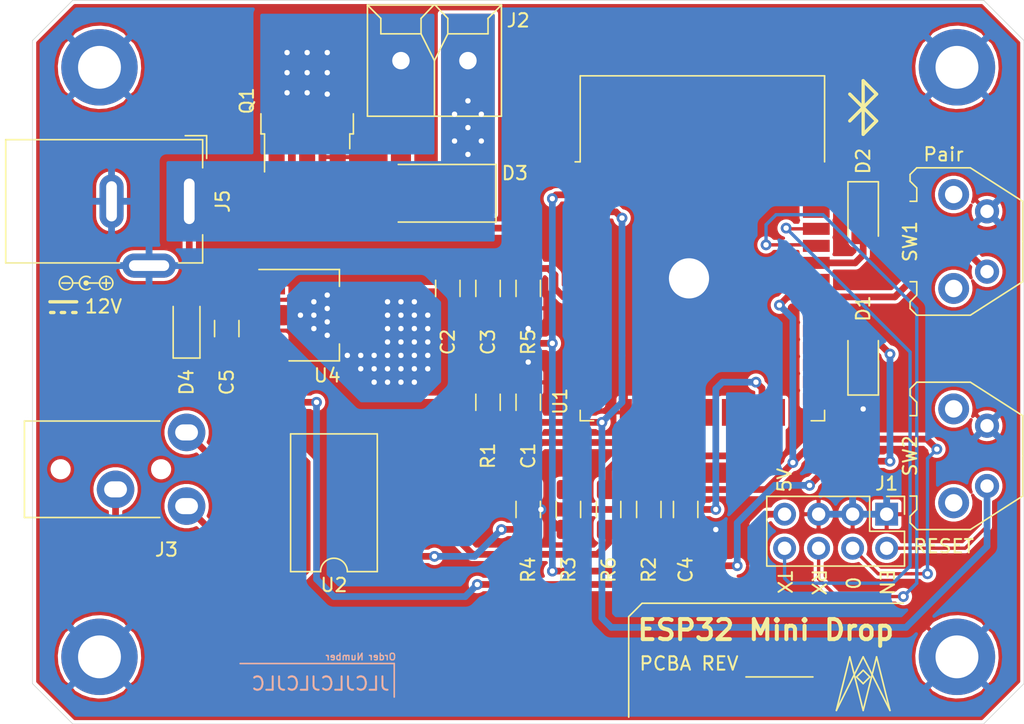
<source format=kicad_pcb>
(kicad_pcb (version 20171130) (host pcbnew "(5.1.6)-1")
  (layers (0 F.Cu signal) (31 B.Cu signal) (35 F.Paste user) (36 B.SilkS user) (37 F.SilkS user) (38 B.Mask user) (39 F.Mask user) (44 Edge.Cuts user))
  (net 0 "")
  (net 1 GND)
  (net 2 +3V3)
  (net 3 Solenoid_1_CTLO)
  (net 4 Focus_CTLO)
  (net 5 Shutter_CTLO)
  (net 6 "Net-(U1-Pad27)")
  (net 7 "Net-(U1-Pad22)")
  (net 8 "Net-(U1-Pad21)")
  (net 9 "Net-(U1-Pad20)")
  (net 10 "Net-(U1-Pad19)")
  (net 11 "Net-(U1-Pad18)")
  (net 12 "Net-(U1-Pad17)")
  (net 13 "Net-(U1-Pad14)")
  (net 14 "Net-(U1-Pad13)")
  (net 15 "Net-(U1-Pad12)")
  (net 16 "Net-(U1-Pad10)")
  (net 17 "Net-(J3-PadS)")
  (net 18 "Net-(J3-PadR)")
  (net 19 "Net-(J3-PadT)")
  (net 20 /EN)
  (net 21 "Net-(D3-Pad2)")
  (net 22 +12V)
  (net 23 /USB_RX)
  (net 24 /USB_TX)
  (net 25 /VREG_IN)
  (net 26 PairSwitch_CTLI)
  (net 27 PairLED_CTLO)
  (net 28 U0TX_Active)
  (net 29 "Net-(R4-Pad1)")
  (net 30 "Net-(R6-Pad1)")
  (net 31 "Net-(U1-Pad37)")
  (net 32 "Net-(U1-Pad36)")
  (net 33 "Net-(U1-Pad32)")
  (net 34 "Net-(U1-Pad30)")
  (net 35 "Net-(U1-Pad29)")
  (net 36 "Net-(U1-Pad28)")
  (net 37 "Net-(U1-Pad26)")
  (net 38 "Net-(U1-Pad11)")
  (net 39 "Net-(U1-Pad9)")
  (net 40 "Net-(U1-Pad7)")
  (net 41 "Net-(U1-Pad6)")
  (net 42 "Net-(U1-Pad5)")
  (net 43 "Net-(U1-Pad4)")
  (module ESP32MiniDrop_PCB_Library:BarrelJack_Wuerth_6941xx301002_3D (layer F.Cu) (at 11.7 15 270)
    (fp_text reference J5 (at 0 -2.5 90) (layer F.SilkS))
    (fp_text value Barrel_Jack_Switch)
    (pad 1 thru_hole rect (at 0 0 270) (size 4.4 1.8) (drill oval 3.4 0.8) (layers *.Cu *.Mask) (net 22 +12V))
    (pad 2 thru_hole oval (at 0 5.8 270) (size 4 1.8) (drill oval 3 0.8) (layers *.Cu *.Mask) (net 1 GND))
    (pad 3 thru_hole oval (at 4.8 3) (size 4 1.8) (drill oval 3 0.8) (layers *.Cu *.Mask) (net 1 GND))
  )
  (module Package_DIP:SMDIP-8_W9.53mm (layer F.Cu) (at 22.5 37.5 180)
    (fp_text reference U2 (at 0 -6.14) (layer F.SilkS))
    (fp_text value LTV-827S)
    (pad 8 smd rect (at 4.765 -3.81 180) (size 2 1.78) (layers F.Cu F.Paste F.Mask) (net 18 "Net-(J3-PadR)"))
    (pad 4 smd rect (at -4.765 3.81 180) (size 2 1.78) (layers F.Cu F.Paste F.Mask) (net 1 GND))
    (pad 7 smd rect (at 4.765 -1.27 180) (size 2 1.78) (layers F.Cu F.Paste F.Mask) (net 17 "Net-(J3-PadS)"))
    (pad 3 smd rect (at -4.765 1.27 180) (size 2 1.78) (layers F.Cu F.Paste F.Mask) (net 30 "Net-(R6-Pad1)"))
    (pad 6 smd rect (at 4.765 1.27 180) (size 2 1.78) (layers F.Cu F.Paste F.Mask) (net 19 "Net-(J3-PadT)"))
    (pad 2 smd rect (at -4.765 -1.27 180) (size 2 1.78) (layers F.Cu F.Paste F.Mask) (net 1 GND))
    (pad 5 smd rect (at 4.765 3.81 180) (size 2 1.78) (layers F.Cu F.Paste F.Mask) (net 17 "Net-(J3-PadS)"))
    (pad 1 smd rect (at -4.765 -3.81 180) (size 2 1.78) (layers F.Cu F.Paste F.Mask) (net 29 "Net-(R4-Pad1)"))
  )
  (module Resistor_SMD:R_1206_3216Metric_Pad1.42x1.75mm_HandSolder (layer F.Cu) (at 40 38 270)
    (fp_text reference R3 (at 4.5 0 90) (layer F.SilkS))
    (fp_text value "10k 5% 0.25W")
    (pad 2 smd roundrect (at 1.4875 0 270) (size 1.425 1.75) (layers F.Cu F.Paste F.Mask) (roundrect_rratio 0.175439) (net 1 GND))
    (pad 1 smd roundrect (at -1.4875 0 270) (size 1.425 1.75) (layers F.Cu F.Paste F.Mask) (roundrect_rratio 0.175439) (net 28 U0TX_Active))
  )
  (module RF_Module:ESP32-WROOM-32 (layer F.Cu) (at 50 21.5)
    (fp_text reference U1 (at -10.61 8.43 90) (layer F.SilkS))
    (fp_text value ESP32-WROOM-32)
    (pad 38 smd rect (at 8.5 -8.255) (size 2 0.9) (layers F.Cu F.Paste F.Mask) (net 1 GND))
    (pad 37 smd rect (at 8.5 -6.985) (size 2 0.9) (layers F.Cu F.Paste F.Mask) (net 31 "Net-(U1-Pad37)"))
    (pad 36 smd rect (at 8.5 -5.715) (size 2 0.9) (layers F.Cu F.Paste F.Mask) (net 32 "Net-(U1-Pad36)"))
    (pad 35 smd rect (at 8.5 -4.445) (size 2 0.9) (layers F.Cu F.Paste F.Mask) (net 23 /USB_RX))
    (pad 34 smd rect (at 8.5 -3.175) (size 2 0.9) (layers F.Cu F.Paste F.Mask) (net 24 /USB_TX))
    (pad 33 smd rect (at 8.5 -1.905) (size 2 0.9) (layers F.Cu F.Paste F.Mask) (net 27 PairLED_CTLO))
    (pad 32 smd rect (at 8.5 -0.635) (size 2 0.9) (layers F.Cu F.Paste F.Mask) (net 33 "Net-(U1-Pad32)"))
    (pad 31 smd rect (at 8.5 0.635) (size 2 0.9) (layers F.Cu F.Paste F.Mask) (net 26 PairSwitch_CTLI))
    (pad 30 smd rect (at 8.5 1.905) (size 2 0.9) (layers F.Cu F.Paste F.Mask) (net 34 "Net-(U1-Pad30)"))
    (pad 29 smd rect (at 8.5 3.175) (size 2 0.9) (layers F.Cu F.Paste F.Mask) (net 35 "Net-(U1-Pad29)"))
    (pad 28 smd rect (at 8.5 4.445) (size 2 0.9) (layers F.Cu F.Paste F.Mask) (net 36 "Net-(U1-Pad28)"))
    (pad 27 smd rect (at 8.5 5.715) (size 2 0.9) (layers F.Cu F.Paste F.Mask) (net 6 "Net-(U1-Pad27)"))
    (pad 26 smd rect (at 8.5 6.985) (size 2 0.9) (layers F.Cu F.Paste F.Mask) (net 37 "Net-(U1-Pad26)"))
    (pad 25 smd rect (at 8.5 8.255) (size 2 0.9) (layers F.Cu F.Paste F.Mask) (net 26 PairSwitch_CTLI))
    (pad 24 smd rect (at 5.715 9.255 90) (size 2 0.9) (layers F.Cu F.Paste F.Mask) (net 5 Shutter_CTLO))
    (pad 23 smd rect (at 4.445 9.255 90) (size 2 0.9) (layers F.Cu F.Paste F.Mask) (net 28 U0TX_Active))
    (pad 22 smd rect (at 3.175 9.255 90) (size 2 0.9) (layers F.Cu F.Paste F.Mask) (net 7 "Net-(U1-Pad22)"))
    (pad 21 smd rect (at 1.905 9.255 90) (size 2 0.9) (layers F.Cu F.Paste F.Mask) (net 8 "Net-(U1-Pad21)"))
    (pad 20 smd rect (at 0.635 9.255 90) (size 2 0.9) (layers F.Cu F.Paste F.Mask) (net 9 "Net-(U1-Pad20)"))
    (pad 19 smd rect (at -0.635 9.255 90) (size 2 0.9) (layers F.Cu F.Paste F.Mask) (net 10 "Net-(U1-Pad19)"))
    (pad 18 smd rect (at -1.905 9.255 90) (size 2 0.9) (layers F.Cu F.Paste F.Mask) (net 11 "Net-(U1-Pad18)"))
    (pad 17 smd rect (at -3.175 9.255 90) (size 2 0.9) (layers F.Cu F.Paste F.Mask) (net 12 "Net-(U1-Pad17)"))
    (pad 16 smd rect (at -4.445 9.255 90) (size 2 0.9) (layers F.Cu F.Paste F.Mask) (net 4 Focus_CTLO))
    (pad 15 smd rect (at -5.715 9.255 90) (size 2 0.9) (layers F.Cu F.Paste F.Mask) (net 1 GND))
    (pad 14 smd rect (at -8.5 8.255) (size 2 0.9) (layers F.Cu F.Paste F.Mask) (net 13 "Net-(U1-Pad14)"))
    (pad 13 smd rect (at -8.5 6.985) (size 2 0.9) (layers F.Cu F.Paste F.Mask) (net 14 "Net-(U1-Pad13)"))
    (pad 12 smd rect (at -8.5 5.715) (size 2 0.9) (layers F.Cu F.Paste F.Mask) (net 15 "Net-(U1-Pad12)"))
    (pad 11 smd rect (at -8.5 4.445) (size 2 0.9) (layers F.Cu F.Paste F.Mask) (net 38 "Net-(U1-Pad11)"))
    (pad 10 smd rect (at -8.5 3.175) (size 2 0.9) (layers F.Cu F.Paste F.Mask) (net 16 "Net-(U1-Pad10)"))
    (pad 9 smd rect (at -8.5 1.905) (size 2 0.9) (layers F.Cu F.Paste F.Mask) (net 39 "Net-(U1-Pad9)"))
    (pad 8 smd rect (at -8.5 0.635) (size 2 0.9) (layers F.Cu F.Paste F.Mask) (net 3 Solenoid_1_CTLO))
    (pad 7 smd rect (at -8.5 -0.635) (size 2 0.9) (layers F.Cu F.Paste F.Mask) (net 40 "Net-(U1-Pad7)"))
    (pad 6 smd rect (at -8.5 -1.905) (size 2 0.9) (layers F.Cu F.Paste F.Mask) (net 41 "Net-(U1-Pad6)"))
    (pad 5 smd rect (at -8.5 -3.175) (size 2 0.9) (layers F.Cu F.Paste F.Mask) (net 42 "Net-(U1-Pad5)"))
    (pad 4 smd rect (at -8.5 -4.445) (size 2 0.9) (layers F.Cu F.Paste F.Mask) (net 43 "Net-(U1-Pad4)"))
    (pad 3 smd rect (at -8.5 -5.715) (size 2 0.9) (layers F.Cu F.Paste F.Mask) (net 20 /EN))
    (pad 2 smd rect (at -8.5 -6.985) (size 2 0.9) (layers F.Cu F.Paste F.Mask) (net 2 +3V3))
    (pad 1 smd rect (at -8.5 -8.255) (size 2 0.9) (layers F.Cu F.Paste F.Mask) (net 1 GND))
    (pad 39 smd rect (at -1 -0.755) (size 5 5) (layers F.Cu F.Paste F.Mask) (net 1 GND))
  )
  (module Resistor_SMD:R_1206_3216Metric_Pad1.42x1.75mm_HandSolder (layer F.Cu) (at 37 21.5 90)
    (fp_text reference R5 (at -4 0 90) (layer F.SilkS))
    (fp_text value "10k 5% 0.25W")
    (pad 2 smd roundrect (at 1.4875 0 90) (size 1.425 1.75) (layers F.Cu F.Paste F.Mask) (roundrect_rratio 0.175439) (net 3 Solenoid_1_CTLO))
    (pad 1 smd roundrect (at -1.4875 0 90) (size 1.425 1.75) (layers F.Cu F.Paste F.Mask) (roundrect_rratio 0.175439) (net 1 GND))
  )
  (module Resistor_SMD:R_1206_3216Metric_Pad1.42x1.75mm_HandSolder (layer F.Cu) (at 43 38 90)
    (fp_text reference R6 (at -4.5 0 90) (layer F.SilkS))
    (fp_text value "220R 5% 0.25W")
    (pad 2 smd roundrect (at 1.4875 0 90) (size 1.425 1.75) (layers F.Cu F.Paste F.Mask) (roundrect_rratio 0.175439) (net 5 Shutter_CTLO))
    (pad 1 smd roundrect (at -1.4875 0 90) (size 1.425 1.75) (layers F.Cu F.Paste F.Mask) (roundrect_rratio 0.175439) (net 30 "Net-(R6-Pad1)"))
  )
  (module Resistor_SMD:R_1206_3216Metric_Pad1.42x1.75mm_HandSolder (layer F.Cu) (at 37 38 90)
    (fp_text reference R4 (at -4.5 0 90) (layer F.SilkS))
    (fp_text value "220R 5% 0.25W")
    (pad 2 smd roundrect (at 1.4875 0 90) (size 1.425 1.75) (layers F.Cu F.Paste F.Mask) (roundrect_rratio 0.175439) (net 4 Focus_CTLO))
    (pad 1 smd roundrect (at -1.4875 0 90) (size 1.425 1.75) (layers F.Cu F.Paste F.Mask) (roundrect_rratio 0.175439) (net 29 "Net-(R4-Pad1)"))
  )
  (module Resistor_SMD:R_1206_3216Metric_Pad1.42x1.75mm_HandSolder (layer F.Cu) (at 46 38 90)
    (fp_text reference R2 (at -4.5 0 90) (layer F.SilkS))
    (fp_text value "10k 5% 0.25W")
    (pad 2 smd roundrect (at 1.4875 0 90) (size 1.425 1.75) (layers F.Cu F.Paste F.Mask) (roundrect_rratio 0.175439) (net 26 PairSwitch_CTLI))
    (pad 1 smd roundrect (at -1.4875 0 90) (size 1.425 1.75) (layers F.Cu F.Paste F.Mask) (roundrect_rratio 0.175439) (net 2 +3V3))
  )
  (module Resistor_SMD:R_1206_3216Metric_Pad1.42x1.75mm_HandSolder (layer F.Cu) (at 34 30 270)
    (fp_text reference R1 (at 4 0 90) (layer F.SilkS))
    (fp_text value "10k 5% 0.25W")
    (pad 2 smd roundrect (at 1.4875 0 270) (size 1.425 1.75) (layers F.Cu F.Paste F.Mask) (roundrect_rratio 0.175439) (net 20 /EN))
    (pad 1 smd roundrect (at -1.4875 0 270) (size 1.425 1.75) (layers F.Cu F.Paste F.Mask) (roundrect_rratio 0.175439) (net 2 +3V3))
  )
  (module Capacitor_SMD:C_1206_3216Metric_Pad1.42x1.75mm_HandSolder (layer F.Cu) (at 34 21.5 90)
    (fp_text reference C3 (at -4 0 90) (layer F.SilkS))
    (fp_text value "1uF 50V")
    (pad 2 smd roundrect (at 1.4875 0 90) (size 1.425 1.75) (layers F.Cu F.Paste F.Mask) (roundrect_rratio 0.175439) (net 1 GND))
    (pad 1 smd roundrect (at -1.4875 0 90) (size 1.425 1.75) (layers F.Cu F.Paste F.Mask) (roundrect_rratio 0.175439) (net 2 +3V3))
  )
  (module Capacitor_SMD:C_1206_3216Metric_Pad1.42x1.75mm_HandSolder (layer F.Cu) (at 48.75 38 90)
    (fp_text reference C4 (at -4.5 0 90) (layer F.SilkS))
    (fp_text value "1nF 50V")
    (pad 2 smd roundrect (at 1.4875 0 90) (size 1.425 1.75) (layers F.Cu F.Paste F.Mask) (roundrect_rratio 0.175439) (net 26 PairSwitch_CTLI))
    (pad 1 smd roundrect (at -1.4875 0 90) (size 1.425 1.75) (layers F.Cu F.Paste F.Mask) (roundrect_rratio 0.175439) (net 1 GND))
  )
  (module Capacitor_SMD:C_1206_3216Metric_Pad1.42x1.75mm_HandSolder (layer F.Cu) (at 37 30 270)
    (fp_text reference C1 (at 4 0 90) (layer F.SilkS))
    (fp_text value "1nF 50V")
    (pad 2 smd roundrect (at 1.4875 0 270) (size 1.425 1.75) (layers F.Cu F.Paste F.Mask) (roundrect_rratio 0.175439) (net 20 /EN))
    (pad 1 smd roundrect (at -1.4875 0 270) (size 1.425 1.75) (layers F.Cu F.Paste F.Mask) (roundrect_rratio 0.175439) (net 1 GND))
  )
  (module MountingHole:MountingHole_3.2mm_M3_ISO7380_Pad (layer F.Cu) (at 69 49)
    (fp_text reference M4 hide)
    (fp_text value Conn_01x01 hide)
    (pad 1 thru_hole circle (at 0 0) (size 5.7 5.7) (drill 3.2) (layers *.Cu *.Mask) (net 1 GND))
  )
  (module MountingHole:MountingHole_3.2mm_M3_ISO7380_Pad (layer F.Cu) (at 5 49)
    (fp_text reference M3 hide)
    (fp_text value Conn_01x01 hide)
    (pad 1 thru_hole circle (at 0 0) (size 5.7 5.7) (drill 3.2) (layers *.Cu *.Mask) (net 1 GND))
  )
  (module MountingHole:MountingHole_3.2mm_M3_ISO7380_Pad (layer F.Cu) (at 69 5)
    (fp_text reference M2 hide)
    (fp_text value Conn_01x01 hide)
    (pad 1 thru_hole circle (at 0 0) (size 5.7 5.7) (drill 3.2) (layers *.Cu *.Mask) (net 1 GND))
  )
  (module MountingHole:MountingHole_3.2mm_M3_ISO7380_Pad (layer F.Cu) (at 5 5)
    (fp_text reference M1 hide)
    (fp_text value Conn_01x01 hide)
    (pad 1 thru_hole circle (at 0 0) (size 5.7 5.7) (drill 3.2) (layers *.Cu *.Mask) (net 1 GND))
  )
  (module ESP32MiniDrop_PCB_Library:1825027-8 (layer F.Cu) (at 70 18 90)
    (fp_text reference SW1 (at 0 -4.5 90) (layer F.SilkS))
    (fp_text value "SPST (BLUE)")
    (pad M thru_hole circle (at -3.505 -1.245 90) (size 2.3 2.3) (drill 1.3) (layers *.Cu *.Mask))
    (pad M thru_hole circle (at 3.505 -1.245 90) (size 2.3 2.3) (drill 1.3) (layers *.Cu *.Mask))
    (pad 1 thru_hole circle (at -2.25 1.245 90) (size 1.8 1.8) (drill 1) (layers *.Cu *.Mask) (net 26 PairSwitch_CTLI))
    (pad 2 thru_hole circle (at 2.25 1.245 90) (size 1.8 1.8) (drill 1) (layers *.Cu *.Mask) (net 1 GND))
  )
  (module ESP32MiniDrop_PCB_Library:1825027-8 (layer F.Cu) (at 70 34 90)
    (fp_text reference SW2 (at 0 -4.5 90) (layer F.SilkS))
    (fp_text value "SPST (RED)")
    (pad M thru_hole circle (at -3.505 -1.245 90) (size 2.3 2.3) (drill 1.3) (layers *.Cu *.Mask))
    (pad M thru_hole circle (at 3.505 -1.245 90) (size 2.3 2.3) (drill 1.3) (layers *.Cu *.Mask))
    (pad 1 thru_hole circle (at -2.25 1.245 90) (size 1.8 1.8) (drill 1) (layers *.Cu *.Mask) (net 20 /EN))
    (pad 2 thru_hole circle (at 2.25 1.245 90) (size 1.8 1.8) (drill 1) (layers *.Cu *.Mask) (net 1 GND))
  )
  (module ESP32MiniDrop_PCB_Library:1935161 (layer F.Cu) (at 30 4.5)
    (fp_text reference J2 (at 6.25 -3) (layer F.SilkS))
    (fp_text value "Solenoid1 Terminal")
    (pad 1 thru_hole rect (at -2.5 0) (size 2.6 2.6) (drill 1.3) (layers *.Cu *.Mask) (net 21 "Net-(D3-Pad2)"))
    (pad 2 thru_hole circle (at 2.5 0) (size 2.6 2.6) (drill 1.3) (layers *.Cu *.Mask) (net 22 +12V))
  )
  (module ESP32MiniDrop_PCB_Library:STX-3000 (layer F.Cu) (at 11.5 35 270)
    (fp_text reference J3 (at 6 1.5 180) (layer F.SilkS))
    (fp_text value AudioJack3)
    (pad S thru_hole circle (at 1.5 5.3 270) (size 2.8 2.8) (drill oval 1.2 1.7) (layers *.Cu *.Mask) (net 17 "Net-(J3-PadS)"))
    (pad R thru_hole circle (at 2.75 0 270) (size 2.8 2.8) (drill oval 1.2 1.7) (layers *.Cu *.Mask) (net 18 "Net-(J3-PadR)"))
    (pad T thru_hole circle (at -2.75 0 270) (size 2.8 2.8) (drill oval 1.2 1.7) (layers *.Cu *.Mask) (net 19 "Net-(J3-PadT)"))
    (pad "" np_thru_hole circle (at 0 1.9 270) (size 1 1) (drill 1) (layers *.Cu *.Mask))
    (pad "" np_thru_hole circle (at 0 9.4 270) (size 1 1) (drill 1) (layers *.Cu *.Mask))
  )
  (module Connector_PinHeader_2.54mm:PinHeader_2x04_P2.54mm_Vertical (layer F.Cu) (at 63.754 38.354 270)
    (fp_text reference J1 (at -2.286 0 180) (layer F.SilkS))
    (fp_text value "0.100\" 2x4 Header")
    (pad 8 thru_hole oval (at 2.54 7.62 270) (size 1.7 1.7) (drill 1) (layers *.Cu *.Mask) (net 23 /USB_RX))
    (pad 7 thru_hole oval (at 0 7.62 270) (size 1.7 1.7) (drill 1) (layers *.Cu *.Mask) (net 25 /VREG_IN))
    (pad 6 thru_hole oval (at 2.54 5.08 270) (size 1.7 1.7) (drill 1) (layers *.Cu *.Mask) (net 24 /USB_TX))
    (pad 5 thru_hole oval (at 0 5.08 270) (size 1.7 1.7) (drill 1) (layers *.Cu *.Mask) (net 1 GND))
    (pad 4 thru_hole oval (at 2.54 2.54 270) (size 1.7 1.7) (drill 1) (layers *.Cu *.Mask) (net 26 PairSwitch_CTLI))
    (pad 3 thru_hole oval (at 0 2.54 270) (size 1.7 1.7) (drill 1) (layers *.Cu *.Mask) (net 1 GND))
    (pad 2 thru_hole oval (at 2.54 0 270) (size 1.7 1.7) (drill 1) (layers *.Cu *.Mask) (net 20 /EN))
    (pad 1 thru_hole rect (at 0 0 270) (size 1.7 1.7) (drill 1) (layers *.Cu *.Mask) (net 1 GND))
  )
  (module Capacitor_SMD:C_1206_3216Metric_Pad1.42x1.75mm_HandSolder (layer F.Cu) (at 31 21.5 270)
    (fp_text reference C2 (at 4 0 90) (layer F.SilkS))
    (fp_text value "10uF 25V 10%")
    (pad 2 smd roundrect (at 1.4875 0 270) (size 1.425 1.75) (layers F.Cu F.Paste F.Mask) (roundrect_rratio 0.175439) (net 2 +3V3))
    (pad 1 smd roundrect (at -1.4875 0 270) (size 1.425 1.75) (layers F.Cu F.Paste F.Mask) (roundrect_rratio 0.175439) (net 1 GND))
  )
  (module Capacitor_SMD:C_1206_3216Metric_Pad1.42x1.75mm_HandSolder (layer F.Cu) (at 14.5 24.5 270)
    (fp_text reference C5 (at 4 0 90) (layer F.SilkS))
    (fp_text value "10uF 25V 10%")
    (pad 2 smd roundrect (at 1.4875 0 270) (size 1.425 1.75) (layers F.Cu F.Paste F.Mask) (roundrect_rratio 0.175439) (net 25 /VREG_IN))
    (pad 1 smd roundrect (at -1.4875 0 270) (size 1.425 1.75) (layers F.Cu F.Paste F.Mask) (roundrect_rratio 0.175439) (net 1 GND))
  )
  (module LED_SMD:LED_1206_3216Metric_Pad1.42x1.75mm_HandSolder (layer F.Cu) (at 62 27 90)
    (fp_text reference D1 (at 4 0 270) (layer F.SilkS))
    (fp_text value "GREEN 3.2V 20mA")
    (pad 2 smd roundrect (at 1.4875 0 90) (size 1.425 1.75) (layers F.Cu F.Paste F.Mask) (roundrect_rratio 0.175439) (net 2 +3V3))
    (pad 1 smd roundrect (at -1.4875 0 90) (size 1.425 1.75) (layers F.Cu F.Paste F.Mask) (roundrect_rratio 0.175439) (net 1 GND))
  )
  (module LED_SMD:LED_1206_3216Metric_Pad1.42x1.75mm_HandSolder (layer F.Cu) (at 62 16 270)
    (fp_text reference D2 (at -4 0 90) (layer F.SilkS))
    (fp_text value "BLUE 3.2V 20mA")
    (pad 2 smd roundrect (at 1.4875 0 270) (size 1.425 1.75) (layers F.Cu F.Paste F.Mask) (roundrect_rratio 0.175439) (net 27 PairLED_CTLO))
    (pad 1 smd roundrect (at -1.4875 0 270) (size 1.425 1.75) (layers F.Cu F.Paste F.Mask) (roundrect_rratio 0.175439) (net 1 GND))
  )
  (module Diode_SMD:D_SOD-123F (layer F.Cu) (at 11.5 24.5 90)
    (fp_text reference D4 (at -4 0 90) (layer F.SilkS))
    (fp_text value "40V 2A")
    (pad 2 smd rect (at 1.4 0 90) (size 1.1 1.1) (layers F.Cu F.Paste F.Mask) (net 22 +12V))
    (pad 1 smd rect (at -1.4 0 90) (size 1.1 1.1) (layers F.Cu F.Paste F.Mask) (net 25 /VREG_IN))
  )
  (module Diode_SMD:D_SMB_Handsoldering (layer F.Cu) (at 30 14.4 180)
    (fp_text reference D3 (at -6 1.5) (layer F.SilkS))
    (fp_text value "600V 5A")
    (pad 2 smd rect (at 2.7 0 180) (size 3.5 2.3) (layers F.Cu F.Paste F.Mask) (net 21 "Net-(D3-Pad2)"))
    (pad 1 smd rect (at -2.7 0 180) (size 3.5 2.3) (layers F.Cu F.Paste F.Mask) (net 22 +12V))
  )
  (module Package_TO_SOT_SMD:SOT-223-3_TabPin2 (layer F.Cu) (at 21 23.5)
    (fp_text reference U4 (at 1 4.5) (layer F.SilkS))
    (fp_text value AZ1117-3.3)
    (pad 1 smd rect (at -3.15 -2.3) (size 2 1.5) (layers F.Cu F.Paste F.Mask) (net 1 GND))
    (pad 3 smd rect (at -3.15 2.3) (size 2 1.5) (layers F.Cu F.Paste F.Mask) (net 25 /VREG_IN))
    (pad 2 smd rect (at -3.15 0) (size 2 1.5) (layers F.Cu F.Paste F.Mask) (net 2 +3V3))
    (pad 2 smd rect (at 3.15 0) (size 2 3.8) (layers F.Cu F.Paste F.Mask) (net 2 +3V3))
  )
  (module Package_TO_SOT_SMD:TO-252-3_TabPin2 (layer F.Cu) (at 20.5 7.5 90)
    (fp_text reference Q1 (at 0 -4.5 90) (layer F.SilkS))
    (fp_text value "NMOS 60V 46A")
    (pad 2 smd rect (at 2.1 0 90) (size 6.4 5.8) (layers F.Cu F.Mask) (net 21 "Net-(D3-Pad2)"))
    (pad 3 smd rect (at -4.2 2.28 90) (size 2.2 1.2) (layers F.Cu F.Paste F.Mask) (net 1 GND))
    (pad 2 smd rect (at -4.2 0 90) (size 2.2 1.2) (layers F.Cu F.Paste F.Mask) (net 21 "Net-(D3-Pad2)"))
    (pad 1 smd rect (at -4.2 -2.28 90) (size 2.2 1.2) (layers F.Cu F.Paste F.Mask) (net 3 Solenoid_1_CTLO))
  )
  (gr_text 5V (at 56.134 35.814 90) (layer F.SilkS) (effects (font (size 1 1))))
  (gr_text TX (at 56.134 43.434 270) (layer F.SilkS) (effects (font (size 1 1))))
  (gr_text RX (at 58.674 43.434 270) (layer F.SilkS) (effects (font (size 1 1))))
  (gr_text 0 (at 61.214 43.5 270) (layer F.SilkS) (effects (font (size 1 1))))
  (gr_text EN (at 63.754 43.434 270) (layer F.SilkS) (effects (font (size 1 1))))
  (gr_line (start 62 50) (end 61.5 50.5) (layer F.SilkS) (width 0.12))
  (gr_line (start 62.5 50.5) (end 62 50) (layer F.SilkS) (width 0.12))
  (gr_line (start 62 51) (end 62.5 50.5) (layer F.SilkS) (width 0.12))
  (gr_line (start 61.5 50.5) (end 62 51) (layer F.SilkS) (width 0.12))
  (gr_line (start 62 49) (end 60 53) (layer F.SilkS) (width 0.12))
  (gr_line (start 64 53) (end 62 49) (layer F.SilkS) (width 0.12))
  (gr_line (start 63 49) (end 64 53) (layer F.SilkS) (width 0.12))
  (gr_line (start 62 53) (end 63 49) (layer F.SilkS) (width 0.12))
  (gr_line (start 61 49) (end 62 53) (layer F.SilkS) (width 0.12))
  (gr_line (start 60 53) (end 61 49) (layer F.SilkS) (width 0.12))
  (gr_line (start 2.2 21.1) (end 2.8 21.1) (layer F.SilkS) (width 0.12))
  (gr_circle (center 2.5 21.1) (end 3 21.1) (layer F.SilkS) (width 0.12))
  (gr_line (start 3.5 21.1) (end 3 21.1) (layer F.SilkS) (width 0.12))
  (gr_arc (start 4 21.1) (end 4.3 20.7) (angle -253.7397953) (layer F.SilkS) (width 0.12))
  (gr_line (start 5.2 21.1) (end 5.8 21.1) (layer F.SilkS) (width 0.12))
  (gr_line (start 5.5 20.8) (end 5.5 21.4) (layer F.SilkS) (width 0.12))
  (gr_circle (center 5.5 21.1) (end 5 21.1) (layer F.SilkS) (width 0.12))
  (gr_line (start 4 21.1) (end 5 21.1) (layer F.SilkS) (width 0.12))
  (gr_circle (center 4 21.1) (end 4.1 21.1) (layer F.SilkS) (width 0.2))
  (gr_line (start 3 23.3) (end 3.25 23.3) (layer F.SilkS) (width 0.25))
  (gr_line (start 2.15 23.3) (end 2.4 23.3) (layer F.SilkS) (width 0.25))
  (gr_line (start 1.35 23.3) (end 1.6 23.3) (layer F.SilkS) (width 0.25))
  (gr_line (start 1.3 22.5) (end 3.3 22.5) (layer F.SilkS) (width 0.25))
  (gr_text 12V (at 5.3 22.85) (layer F.SilkS) (effects (font (size 1 1))))
  (gr_text RESET (at 68 40.75) (layer F.SilkS) (effects (font (size 1 1))))
  (gr_text Pair (at 68 11.5) (layer F.SilkS) (effects (font (size 1 1))))
  (gr_line (start 62 8) (end 61 9) (layer F.SilkS) (width 0.25))
  (gr_line (start 63 9) (end 62 8) (layer F.SilkS) (width 0.25))
  (gr_line (start 62 10) (end 63 9) (layer F.SilkS) (width 0.25))
  (gr_line (start 62 6) (end 62 10) (layer F.SilkS) (width 0.25))
  (gr_line (start 63 7) (end 62 6) (layer F.SilkS) (width 0.25))
  (gr_line (start 62 8) (end 63 7) (layer F.SilkS) (width 0.25))
  (gr_line (start 61 7) (end 62 8) (layer F.SilkS) (width 0.25))
  (gr_line (start 71 54) (end 74 51) (layer Edge.Cuts) (width 0.05))
  (gr_line (start 27 49.5) (end 15.5 49.5) (layer B.SilkS) (width 0.12))
  (gr_text JLCJLCJLCJLC (at 21.5 51) (layer B.SilkS) (effects (font (size 1 1)) (justify mirror)))
  (gr_line (start 53.25 50.5) (end 58.25 50.5) (layer F.SilkS) (width 0.12))
  (gr_text "PCBA REV" (at 49 49.5) (layer F.SilkS) (effects (font (size 1 1))))
  (gr_line (start 44.5 48) (end 44.5 53.5) (layer F.SilkS) (width 0.12))
  (gr_line (start 45.5 45) (end 65 45) (layer F.SilkS) (width 0.12))
  (gr_line (start 44.5 46) (end 45.5 45) (layer F.SilkS) (width 0.12))
  (gr_line (start 44.5 48) (end 44.5 46) (layer F.SilkS) (width 0.12))
  (gr_text "ESP32 Mini Drop" (at 45 47) (layer F.SilkS) (effects (font (size 1.5 1.5) (thickness 0.3)) (justify left)))
  (gr_text "Order Number" (at 24.5 49) (layer B.SilkS) (effects (font (size 0.5 0.5) (thickness 0.1)) (justify mirror)))
  (gr_line (start 27 52) (end 27 49.5) (layer B.SilkS) (width 0.12))
  (gr_line (start 0 51) (end 3 54) (layer Edge.Cuts) (width 0.05))
  (gr_line (start 71 0) (end 74 3) (layer Edge.Cuts) (width 0.05))
  (gr_line (start 3 0) (end 0 3) (layer Edge.Cuts) (width 0.05))
  (gr_line (start 3 54) (end 71 54) (layer Edge.Cuts) (width 0.05))
  (gr_line (start 71 0) (end 3 0) (layer Edge.Cuts) (width 0.05))
  (gr_line (start 74 51) (end 74 3) (layer Edge.Cuts) (width 0.05))
  (gr_line (start 0 3) (end 0 51) (layer Edge.Cuts) (width 0.05))
  (via (at 49 20.75) (size 4.5) (drill 3) (layers F.Cu B.Cu) (net 1))
  (via (at 37 27) (size 0.8) (drill 0.4) (layers F.Cu B.Cu) (net 1))
  (segment (start 37 28.5125) (end 37 27) (width 0.5) (layer F.Cu) (net 1))
  (via (at 37 24.5) (size 0.8) (drill 0.4) (layers F.Cu B.Cu) (net 1))
  (segment (start 37 22.9875) (end 37 24.5) (width 0.5) (layer F.Cu) (net 1))
  (via (at 51 39.5) (size 0.8) (drill 0.4) (layers F.Cu B.Cu) (net 1))
  (segment (start 48.75 39.4875) (end 50.9875 39.4875) (width 0.5) (layer F.Cu) (net 1))
  (segment (start 50.9875 39.4875) (end 51 39.5) (width 0.5) (layer F.Cu) (net 1))
  (segment (start 62 28.4875) (end 62 30.5) (width 0.5) (layer F.Cu) (net 1))
  (via (at 62 30.5) (size 0.8) (drill 0.4) (layers F.Cu B.Cu) (net 1))
  (via (at 37.95 38) (size 0.8) (drill 0.4) (layers F.Cu B.Cu) (net 1))
  (segment (start 40 39.4875) (end 39.4375 39.4875) (width 0.5) (layer F.Cu) (net 1))
  (segment (start 39.4375 39.4875) (end 37.95 38) (width 0.5) (layer F.Cu) (net 1))
  (segment (start 24.15 23.5) (end 24.15 23.15) (width 1) (layer F.Cu) (net 2))
  (segment (start 24.15 23.15) (end 24.275 23.025) (width 1) (layer F.Cu) (net 2))
  (segment (start 41.5 14.515) (end 39.085 14.515) (width 0.5) (layer F.Cu) (net 2))
  (via (at 38.8 14.8) (size 0.8) (drill 0.4) (layers F.Cu B.Cu) (net 2))
  (segment (start 39.085 14.515) (end 38.8 14.8) (width 0.5) (layer F.Cu) (net 2))
  (segment (start 38.8 14.8) (end 38.8 25.6) (width 0.5) (layer B.Cu) (net 2))
  (via (at 38.8 25.6) (size 0.8) (drill 0.4) (layers F.Cu B.Cu) (net 2))
  (segment (start 38.8 25.6) (end 34.8 25.6) (width 0.5) (layer F.Cu) (net 2))
  (segment (start 62 25.5125) (end 63.1125 25.5125) (width 0.5) (layer F.Cu) (net 2))
  (via (at 64 26.4) (size 0.8) (drill 0.4) (layers F.Cu B.Cu) (net 2))
  (segment (start 63.1125 25.5125) (end 64 26.4) (width 0.5) (layer F.Cu) (net 2))
  (segment (start 64 26.4) (end 64 34.4) (width 0.5) (layer B.Cu) (net 2))
  (via (at 64 34.4) (size 0.8) (drill 0.4) (layers F.Cu B.Cu) (net 2))
  (segment (start 64 34.4) (end 59.8 34.4) (width 0.5) (layer F.Cu) (net 2))
  (via (at 58 36.2) (size 0.8) (drill 0.4) (layers F.Cu B.Cu) (net 2))
  (segment (start 59.8 34.4) (end 58 36.2) (width 0.5) (layer F.Cu) (net 2))
  (segment (start 50 42.2) (end 48.6 42.2) (width 0.5) (layer F.Cu) (net 2))
  (segment (start 58 36.2) (end 55.4 36.2) (width 0.5) (layer B.Cu) (net 2))
  (segment (start 52.6 39) (end 52.6 42.2) (width 0.5) (layer B.Cu) (net 2))
  (segment (start 55.4 36.2) (end 52.6 39) (width 0.5) (layer B.Cu) (net 2))
  (segment (start 50 42.2) (end 52.6 42.2) (width 0.5) (layer F.Cu) (net 2))
  (via (at 52.6 42.2) (size 0.8) (drill 0.4) (layers F.Cu B.Cu) (net 2))
  (segment (start 46 42) (end 46.2 42.2) (width 0.5) (layer F.Cu) (net 2))
  (segment (start 46 39.4875) (end 46 42) (width 0.5) (layer F.Cu) (net 2))
  (segment (start 48.6 42.2) (end 46.2 42.2) (width 0.5) (layer F.Cu) (net 2))
  (via (at 26.5 22.5) (size 0.8) (drill 0.4) (layers F.Cu B.Cu) (net 2))
  (via (at 27.5 22.5) (size 0.8) (drill 0.4) (layers F.Cu B.Cu) (net 2))
  (via (at 28.5 22.5) (size 0.8) (drill 0.4) (layers F.Cu B.Cu) (net 2))
  (via (at 28.5 23.5) (size 0.8) (drill 0.4) (layers F.Cu B.Cu) (net 2))
  (via (at 27.5 23.5) (size 0.8) (drill 0.4) (layers F.Cu B.Cu) (net 2))
  (via (at 26.5 23.5) (size 0.8) (drill 0.4) (layers F.Cu B.Cu) (net 2))
  (via (at 26.5 24.5) (size 0.8) (drill 0.4) (layers F.Cu B.Cu) (net 2))
  (via (at 27.5 24.5) (size 0.8) (drill 0.4) (layers F.Cu B.Cu) (net 2))
  (via (at 28.5 24.5) (size 0.8) (drill 0.4) (layers F.Cu B.Cu) (net 2))
  (via (at 26.5 25.5) (size 0.8) (drill 0.4) (layers F.Cu B.Cu) (net 2))
  (via (at 27.5 25.5) (size 0.8) (drill 0.4) (layers F.Cu B.Cu) (net 2))
  (via (at 28.5 25.5) (size 0.8) (drill 0.4) (layers F.Cu B.Cu) (net 2))
  (via (at 20 23.5) (size 0.8) (drill 0.4) (layers F.Cu B.Cu) (net 2))
  (via (at 21 23.5) (size 0.8) (drill 0.4) (layers F.Cu B.Cu) (net 2))
  (via (at 21 22.5) (size 0.8) (drill 0.4) (layers F.Cu B.Cu) (net 2))
  (via (at 21 24.5) (size 0.8) (drill 0.4) (layers F.Cu B.Cu) (net 2))
  (via (at 22 22) (size 0.8) (drill 0.4) (layers F.Cu B.Cu) (net 2))
  (via (at 22 23) (size 0.8) (drill 0.4) (layers F.Cu B.Cu) (net 2))
  (via (at 22 24) (size 0.8) (drill 0.4) (layers F.Cu B.Cu) (net 2))
  (via (at 22 25) (size 0.8) (drill 0.4) (layers F.Cu B.Cu) (net 2))
  (via (at 23.5 26.5) (size 0.8) (drill 0.4) (layers F.Cu B.Cu) (net 2))
  (via (at 24.5 26.5) (size 0.8) (drill 0.4) (layers F.Cu B.Cu) (net 2))
  (via (at 25.5 26.5) (size 0.8) (drill 0.4) (layers F.Cu B.Cu) (net 2))
  (via (at 26.5 26.5) (size 0.8) (drill 0.4) (layers F.Cu B.Cu) (net 2))
  (via (at 27.5 26.5) (size 0.8) (drill 0.4) (layers F.Cu B.Cu) (net 2))
  (via (at 28.5 26.5) (size 0.8) (drill 0.4) (layers F.Cu B.Cu) (net 2))
  (via (at 24.5 27.5) (size 0.8) (drill 0.4) (layers F.Cu B.Cu) (net 2))
  (via (at 25.5 27.5) (size 0.8) (drill 0.4) (layers F.Cu B.Cu) (net 2))
  (via (at 26.5 27.5) (size 0.8) (drill 0.4) (layers F.Cu B.Cu) (net 2))
  (via (at 27.5 27.5) (size 0.8) (drill 0.4) (layers F.Cu B.Cu) (net 2))
  (via (at 28.5 27.5) (size 0.8) (drill 0.4) (layers F.Cu B.Cu) (net 2))
  (via (at 25.5 28.5) (size 0.8) (drill 0.4) (layers F.Cu B.Cu) (net 2))
  (via (at 26.5 28.5) (size 0.8) (drill 0.4) (layers F.Cu B.Cu) (net 2))
  (via (at 27.5 28.5) (size 0.8) (drill 0.4) (layers F.Cu B.Cu) (net 2))
  (via (at 28.5 28.5) (size 0.8) (drill 0.4) (layers F.Cu B.Cu) (net 2))
  (via (at 29.5 23.5) (size 0.8) (drill 0.4) (layers F.Cu B.Cu) (net 2))
  (via (at 29.5 25.5) (size 0.8) (drill 0.4) (layers F.Cu B.Cu) (net 2))
  (via (at 29.5 24.5) (size 0.8) (drill 0.4) (layers F.Cu B.Cu) (net 2))
  (via (at 29.5 26.5) (size 0.8) (drill 0.4) (layers F.Cu B.Cu) (net 2))
  (via (at 29.5 27.5) (size 0.8) (drill 0.4) (layers F.Cu B.Cu) (net 2))
  (via (at 38.8 42.6) (size 0.8) (drill 0.4) (layers F.Cu B.Cu) (net 2))
  (segment (start 38.8 25.6) (end 38.8 42.6) (width 0.5) (layer B.Cu) (net 2))
  (segment (start 45 42.6) (end 38.8 42.6) (width 0.5) (layer F.Cu) (net 2))
  (segment (start 46.2 42.2) (end 45.4 42.2) (width 0.5) (layer F.Cu) (net 2))
  (segment (start 45.4 42.2) (end 45 42.6) (width 0.5) (layer F.Cu) (net 2))
  (segment (start 41.5 22.135) (end 39.635 22.135) (width 0.5) (layer F.Cu) (net 3))
  (segment (start 39.635 22.135) (end 39 21.5) (width 0.5) (layer F.Cu) (net 3))
  (segment (start 39 21.5) (end 39 20.5) (width 0.5) (layer F.Cu) (net 3))
  (segment (start 38.5125 20.0125) (end 37 20.0125) (width 0.5) (layer F.Cu) (net 3))
  (segment (start 39 20.5) (end 38.5125 20.0125) (width 0.5) (layer F.Cu) (net 3))
  (segment (start 18.22 11.7) (end 18.22 14.72) (width 0.5) (layer F.Cu) (net 3))
  (segment (start 18.22 14.72) (end 20.5 17) (width 0.5) (layer F.Cu) (net 3))
  (segment (start 20.5 17) (end 36 17) (width 0.5) (layer F.Cu) (net 3))
  (segment (start 37 18) (end 37 20.0125) (width 0.5) (layer F.Cu) (net 3))
  (segment (start 36 17) (end 37 18) (width 0.5) (layer F.Cu) (net 3))
  (segment (start 45.5 30.81) (end 45.555 30.755) (width 0.5) (layer F.Cu) (net 4))
  (segment (start 37 34) (end 37 36.5125) (width 0.5) (layer F.Cu) (net 4))
  (segment (start 38 33) (end 37 34) (width 0.5) (layer F.Cu) (net 4))
  (segment (start 45 33) (end 38 33) (width 0.5) (layer F.Cu) (net 4))
  (segment (start 45.555 30.755) (end 45.555 32.445) (width 0.5) (layer F.Cu) (net 4))
  (segment (start 45.555 32.445) (end 45 33) (width 0.5) (layer F.Cu) (net 4))
  (segment (start 43 36.5125) (end 43 35) (width 0.5) (layer F.Cu) (net 5))
  (segment (start 43 35) (end 44 34) (width 0.5) (layer F.Cu) (net 5))
  (segment (start 44 34) (end 55 34) (width 0.5) (layer F.Cu) (net 5))
  (segment (start 55.715 33.285) (end 55.715 30.755) (width 0.5) (layer F.Cu) (net 5))
  (segment (start 55 34) (end 55.715 33.285) (width 0.5) (layer F.Cu) (net 5))
  (segment (start 20.5 34.5) (end 20.5 37.73) (width 0.5) (layer F.Cu) (net 17))
  (segment (start 17.735 33.69) (end 19.69 33.69) (width 0.5) (layer F.Cu) (net 17))
  (segment (start 19.69 33.69) (end 20.5 34.5) (width 0.5) (layer F.Cu) (net 17))
  (segment (start 6.2 36.5) (end 6.2 40.7) (width 0.5) (layer F.Cu) (net 17))
  (segment (start 6.2 40.7) (end 9.5 44) (width 0.5) (layer F.Cu) (net 17))
  (segment (start 9.5 44) (end 19 44) (width 0.5) (layer F.Cu) (net 17))
  (segment (start 19 44) (end 20.5 42.5) (width 0.5) (layer F.Cu) (net 17))
  (segment (start 17.965 39) (end 17.735 38.77) (width 0.5) (layer F.Cu) (net 17))
  (segment (start 20.5 39) (end 17.965 39) (width 0.5) (layer F.Cu) (net 17))
  (segment (start 20.5 39) (end 20.5 37.73) (width 0.5) (layer F.Cu) (net 17))
  (segment (start 20.5 42.5) (end 20.5 39) (width 0.5) (layer F.Cu) (net 17))
  (segment (start 11.5 37.75) (end 14.75 41) (width 0.5) (layer F.Cu) (net 18))
  (segment (start 17.425 41) (end 17.735 41.31) (width 0.5) (layer F.Cu) (net 18))
  (segment (start 14.75 41) (end 17.425 41) (width 0.5) (layer F.Cu) (net 18))
  (segment (start 11.5 32.25) (end 11.75 32.25) (width 0.5) (layer B.Cu) (net 19))
  (segment (start 17.505 36) (end 17.735 36.23) (width 0.5) (layer F.Cu) (net 19))
  (segment (start 11.5 32.25) (end 15.25 36) (width 0.5) (layer F.Cu) (net 19))
  (segment (start 15.25 36) (end 17.505 36) (width 0.5) (layer F.Cu) (net 19))
  (segment (start 63.754 40.894) (end 69.606 40.894) (width 0.25) (layer F.Cu) (net 20))
  (segment (start 71.245 39.255) (end 71.245 36.25) (width 0.25) (layer F.Cu) (net 20))
  (segment (start 69.606 40.894) (end 71.245 39.255) (width 0.25) (layer F.Cu) (net 20))
  (segment (start 34 31.4875) (end 37 31.4875) (width 0.5) (layer F.Cu) (net 20))
  (segment (start 41.5 15.785) (end 43.535 15.785) (width 0.5) (layer F.Cu) (net 20))
  (segment (start 43.535 15.785) (end 44 16.25) (width 0.5) (layer F.Cu) (net 20))
  (via (at 44 16.25) (size 0.8) (drill 0.4) (layers F.Cu B.Cu) (net 20))
  (segment (start 44 16.25) (end 44 26.5) (width 0.5) (layer B.Cu) (net 20))
  (segment (start 44 26.5) (end 44 30) (width 0.5) (layer B.Cu) (net 20))
  (via (at 42.5 31.5) (size 0.8) (drill 0.4) (layers F.Cu B.Cu) (net 20))
  (segment (start 44 30) (end 42.5 31.5) (width 0.5) (layer B.Cu) (net 20))
  (segment (start 37.0125 31.5) (end 37 31.4875) (width 0.5) (layer F.Cu) (net 20))
  (segment (start 42.5 31.5) (end 37.0125 31.5) (width 0.5) (layer F.Cu) (net 20))
  (segment (start 42.5 46.1) (end 43.2 46.8) (width 0.5) (layer B.Cu) (net 20))
  (segment (start 42.5 31.5) (end 42.5 46.1) (width 0.5) (layer B.Cu) (net 20))
  (segment (start 43.2 46.8) (end 65.2 46.8) (width 0.5) (layer B.Cu) (net 20))
  (segment (start 71.245 40.755) (end 71.245 36.25) (width 0.5) (layer B.Cu) (net 20))
  (segment (start 65.2 46.8) (end 71.245 40.755) (width 0.5) (layer B.Cu) (net 20))
  (via (at 22 3.9) (size 0.8) (drill 0.4) (layers F.Cu B.Cu) (net 21))
  (via (at 20.5 3.9) (size 0.8) (drill 0.4) (layers F.Cu B.Cu) (net 21))
  (via (at 19 3.9) (size 0.8) (drill 0.4) (layers F.Cu B.Cu) (net 21))
  (via (at 22 7) (size 0.8) (drill 0.4) (layers F.Cu B.Cu) (net 21))
  (via (at 20.5 6.9) (size 0.8) (drill 0.4) (layers F.Cu B.Cu) (net 21))
  (via (at 19 6.9) (size 0.8) (drill 0.4) (layers F.Cu B.Cu) (net 21))
  (via (at 19 5.4) (size 0.8) (drill 0.4) (layers F.Cu B.Cu) (net 21))
  (via (at 22 5.4) (size 0.8) (drill 0.4) (layers F.Cu B.Cu) (net 21))
  (via (at 20.5 5.4) (size 0.8) (drill 0.4) (layers F.Cu B.Cu) (net 21))
  (segment (start 27.5 14.2) (end 27.3 14.4) (width 1.5) (layer F.Cu) (net 21))
  (segment (start 27.5 4.5) (end 27.5 14.2) (width 1.5) (layer F.Cu) (net 21))
  (segment (start 32.7 4.7) (end 32.5 4.5) (width 1) (layer F.Cu) (net 22))
  (segment (start 11.7 15) (end 11.7 21.3) (width 0.5) (layer F.Cu) (net 22))
  (segment (start 11.5 21.5) (end 11.5 23.1) (width 0.5) (layer F.Cu) (net 22))
  (segment (start 11.7 21.3) (end 11.5 21.5) (width 0.5) (layer F.Cu) (net 22))
  (segment (start 32.5 14.2) (end 32.7 14.4) (width 1.5) (layer F.Cu) (net 22))
  (via (at 32.5 11.5) (size 0.8) (drill 0.4) (layers F.Cu B.Cu) (net 22))
  (via (at 33.5 10.5) (size 0.8) (drill 0.4) (layers F.Cu B.Cu) (net 22))
  (via (at 31.5 10.5) (size 0.8) (drill 0.4) (layers F.Cu B.Cu) (net 22))
  (via (at 32.5 9.5) (size 0.8) (drill 0.4) (layers F.Cu B.Cu) (net 22))
  (via (at 33.5 8.5) (size 0.8) (drill 0.4) (layers F.Cu B.Cu) (net 22))
  (via (at 31.5 8.5) (size 0.8) (drill 0.4) (layers F.Cu B.Cu) (net 22))
  (via (at 32.5 7.5) (size 0.8) (drill 0.4) (layers F.Cu B.Cu) (net 22))
  (via (at 56.25 17) (size 0.8) (drill 0.4) (layers F.Cu B.Cu) (net 23))
  (segment (start 58.5 17.055) (end 56.305 17.055) (width 0.25) (layer F.Cu) (net 23))
  (segment (start 56.305 17.055) (end 56.25 17) (width 0.25) (layer F.Cu) (net 23))
  (segment (start 56.134 43.134) (end 56.134 40.894) (width 0.25) (layer B.Cu) (net 23))
  (segment (start 65.5 26.25) (end 65.5 42.225001) (width 0.25) (layer B.Cu) (net 23))
  (segment (start 56.25 17) (end 65.5 26.25) (width 0.25) (layer B.Cu) (net 23))
  (segment (start 65.5 42.225001) (end 64.225001 43.5) (width 0.25) (layer B.Cu) (net 23))
  (segment (start 56.5 43.5) (end 56.134 43.134) (width 0.25) (layer B.Cu) (net 23))
  (segment (start 64.225001 43.5) (end 56.5 43.5) (width 0.25) (layer B.Cu) (net 23))
  (via (at 54.75 18.25) (size 0.8) (drill 0.4) (layers F.Cu B.Cu) (net 24))
  (segment (start 58.425 18.25) (end 58.5 18.325) (width 0.25) (layer F.Cu) (net 24))
  (segment (start 54.75 18.25) (end 58.425 18.25) (width 0.25) (layer F.Cu) (net 24))
  (segment (start 58.674 40.894) (end 58.674 40.674) (width 0.25) (layer B.Cu) (net 24))
  (segment (start 58.674 40.894) (end 58.674 43.174) (width 0.25) (layer F.Cu) (net 24))
  (via (at 65 44.5) (size 0.8) (drill 0.4) (layers F.Cu B.Cu) (net 24))
  (segment (start 58.674 43.174) (end 60 44.5) (width 0.25) (layer F.Cu) (net 24))
  (segment (start 60 44.5) (end 65 44.5) (width 0.25) (layer F.Cu) (net 24))
  (segment (start 54.75 16.75) (end 54.75 18.25) (width 0.25) (layer B.Cu) (net 24))
  (segment (start 65 44.5) (end 66 43.5) (width 0.25) (layer B.Cu) (net 24))
  (segment (start 66 43.5) (end 66 23) (width 0.25) (layer B.Cu) (net 24))
  (segment (start 66 23) (end 59 16) (width 0.25) (layer B.Cu) (net 24))
  (segment (start 59 16) (end 55.5 16) (width 0.25) (layer B.Cu) (net 24))
  (segment (start 55.5 16) (end 54.75 16.75) (width 0.25) (layer B.Cu) (net 24))
  (segment (start 17.6375 26.0125) (end 17.85 25.8) (width 0.25) (layer F.Cu) (net 25))
  (segment (start 54.846 38.354) (end 54 39.2) (width 0.5) (layer F.Cu) (net 25))
  (segment (start 56.134 38.354) (end 54.846 38.354) (width 0.5) (layer F.Cu) (net 25))
  (segment (start 54 39.2) (end 54 43) (width 0.5) (layer F.Cu) (net 25))
  (segment (start 54 43) (end 53.4 43.6) (width 0.5) (layer F.Cu) (net 25))
  (segment (start 53.4 43.6) (end 33.2 43.6) (width 0.5) (layer F.Cu) (net 25))
  (via (at 33.2 43.6) (size 0.8) (drill 0.4) (layers F.Cu B.Cu) (net 25))
  (segment (start 17.85 28.45) (end 17.85 25.8) (width 0.5) (layer F.Cu) (net 25))
  (segment (start 19.4 30) (end 17.85 28.45) (width 0.5) (layer F.Cu) (net 25))
  (segment (start 19.4 30) (end 21.2 30) (width 0.5) (layer F.Cu) (net 25))
  (via (at 21.2 30) (size 0.8) (drill 0.4) (layers F.Cu B.Cu) (net 25))
  (segment (start 32.3 44.5) (end 33.2 43.6) (width 0.5) (layer B.Cu) (net 25))
  (segment (start 22.5 44.5) (end 32.3 44.5) (width 0.5) (layer B.Cu) (net 25))
  (segment (start 21.2 30) (end 21.2 43.2) (width 0.5) (layer B.Cu) (net 25))
  (segment (start 21.2 43.2) (end 22.5 44.5) (width 0.5) (layer B.Cu) (net 25))
  (segment (start 63.12 42.8) (end 61.214 40.894) (width 0.25) (layer F.Cu) (net 26))
  (segment (start 65.6 42.8) (end 63.12 42.8) (width 0.25) (layer F.Cu) (net 26))
  (segment (start 65.6 42.8) (end 66.8 42.8) (width 0.25) (layer F.Cu) (net 26))
  (via (at 66.8 42.8) (size 0.8) (drill 0.4) (layers F.Cu B.Cu) (net 26))
  (segment (start 58.5 32.1) (end 58.5 29.755) (width 0.25) (layer F.Cu) (net 26))
  (segment (start 46 36.5125) (end 48.75 36.5125) (width 0.5) (layer F.Cu) (net 26))
  (via (at 56.75 34.5) (size 0.8) (drill 0.4) (layers F.Cu B.Cu) (net 26))
  (segment (start 56.365 22.135) (end 55.75 22.75) (width 0.5) (layer F.Cu) (net 26))
  (segment (start 58.5 22.135) (end 56.365 22.135) (width 0.5) (layer F.Cu) (net 26))
  (via (at 55.75 22.75) (size 0.8) (drill 0.4) (layers F.Cu B.Cu) (net 26))
  (segment (start 56.75 23.75) (end 55.75 22.75) (width 0.5) (layer B.Cu) (net 26))
  (segment (start 56.7375 34.5125) (end 56.75 34.5) (width 0.5) (layer F.Cu) (net 26))
  (segment (start 56.75 34.5) (end 56.75 23.75) (width 0.5) (layer B.Cu) (net 26))
  (segment (start 58.5 22.135) (end 64.365 22.135) (width 0.5) (layer F.Cu) (net 26))
  (segment (start 64.365 22.135) (end 68 18.5) (width 0.5) (layer F.Cu) (net 26))
  (segment (start 69.495 18.5) (end 71.245 20.25) (width 0.5) (layer F.Cu) (net 26))
  (segment (start 68 18.5) (end 69.495 18.5) (width 0.5) (layer F.Cu) (net 26))
  (segment (start 54.7375 36.5125) (end 56.75 34.5) (width 0.5) (layer F.Cu) (net 26))
  (segment (start 48.75 36.5125) (end 54.7375 36.5125) (width 0.5) (layer F.Cu) (net 26))
  (segment (start 56.75 34.5) (end 58.5 32.75) (width 0.5) (layer F.Cu) (net 26))
  (segment (start 58.5 32.75) (end 58.5 29.755) (width 0.5) (layer F.Cu) (net 26))
  (via (at 67.50001 33.5) (size 0.8) (drill 0.4) (layers F.Cu B.Cu) (net 26))
  (segment (start 66.8 34.20001) (end 67.50001 33.5) (width 0.25) (layer B.Cu) (net 26))
  (segment (start 66.75001 32.75) (end 67.50001 33.5) (width 0.5) (layer F.Cu) (net 26))
  (segment (start 66.8 42.8) (end 66.8 34.20001) (width 0.25) (layer B.Cu) (net 26))
  (segment (start 58.5 32.75) (end 66.75001 32.75) (width 0.5) (layer F.Cu) (net 26))
  (segment (start 62 17.4875) (end 62 17.75) (width 0.25) (layer F.Cu) (net 27))
  (segment (start 62 19) (end 62 17.4875) (width 0.5) (layer F.Cu) (net 27))
  (segment (start 58.5 19.595) (end 61.405 19.595) (width 0.5) (layer F.Cu) (net 27))
  (segment (start 61.405 19.595) (end 62 19) (width 0.5) (layer F.Cu) (net 27))
  (segment (start 54.445 30.755) (end 54.445 28.945) (width 0.5) (layer F.Cu) (net 28))
  (via (at 54 28.5) (size 0.8) (drill 0.4) (layers F.Cu B.Cu) (net 28))
  (segment (start 54.445 28.945) (end 54 28.5) (width 0.5) (layer F.Cu) (net 28))
  (segment (start 41.4875 38) (end 40 36.5125) (width 0.5) (layer F.Cu) (net 28))
  (segment (start 50 38) (end 41.4875 38) (width 0.5) (layer F.Cu) (net 28))
  (via (at 51 38) (size 0.8) (drill 0.4) (layers F.Cu B.Cu) (net 28))
  (segment (start 50 38) (end 51 38) (width 0.5) (layer F.Cu) (net 28))
  (segment (start 51 38) (end 51 29) (width 0.5) (layer B.Cu) (net 28))
  (segment (start 51.5 28.5) (end 54 28.5) (width 0.5) (layer B.Cu) (net 28))
  (segment (start 51 29) (end 51.5 28.5) (width 0.5) (layer B.Cu) (net 28))
  (segment (start 37 39.4875) (end 34.9875 39.4875) (width 0.5) (layer F.Cu) (net 29))
  (via (at 35 39.5) (size 0.8) (drill 0.4) (layers F.Cu B.Cu) (net 29))
  (segment (start 34.9875 39.4875) (end 35 39.5) (width 0.5) (layer F.Cu) (net 29))
  (segment (start 35 39.5) (end 33 41.5) (width 0.5) (layer B.Cu) (net 29))
  (via (at 30 41.5) (size 0.8) (drill 0.4) (layers F.Cu B.Cu) (net 29))
  (segment (start 33 41.5) (end 30 41.5) (width 0.5) (layer B.Cu) (net 29))
  (segment (start 27.455 41.5) (end 27.265 41.31) (width 0.5) (layer F.Cu) (net 29))
  (segment (start 30 41.5) (end 27.455 41.5) (width 0.5) (layer F.Cu) (net 29))
  (segment (start 30.73 36.23) (end 27.265 36.23) (width 0.5) (layer F.Cu) (net 30))
  (segment (start 31.5 37) (end 30.73 36.23) (width 0.5) (layer F.Cu) (net 30))
  (segment (start 43 40.5) (end 42.150001 41.349999) (width 0.5) (layer F.Cu) (net 30))
  (segment (start 43 39.4875) (end 43 40.5) (width 0.5) (layer F.Cu) (net 30))
  (segment (start 42.150001 41.349999) (end 32.849999 41.349999) (width 0.5) (layer F.Cu) (net 30))
  (segment (start 32.849999 41.349999) (end 31.5 40) (width 0.5) (layer F.Cu) (net 30))
  (segment (start 31.5 40) (end 31.5 37) (width 0.5) (layer F.Cu) (net 30))
  (segment (start 41.595 19.5) (end 41.5 19.595) (width 0.25) (layer F.Cu) (net 41))
  (zone (net 1) (net_name GND) (layer F.Cu) (connect_pads (clearance 0.25)) (min_thickness 0.25) (fill yes (arc_segments 32) (thermal_gap 0.25) (thermal_bridge_width 0.3))
    (polygon (pts (xy 74 51) (xy 71 54) (xy 3 54) (xy 0 51) (xy 0 3) (xy 3 0) (xy 71 0) (xy 74 3)))
  )
  (zone (net 1) (net_name GND) (layer B.Cu) (connect_pads (clearance 0.508)) (min_thickness 0.254) (fill yes (arc_segments 32) (thermal_gap 0.508) (thermal_bridge_width 0.508))
    (polygon (pts (xy 74 51) (xy 71 54) (xy 35.5 54) (xy 3 54) (xy 0 51) (xy 0 27) (xy 0 3) (xy 3 0) (xy 71 0) (xy 74 3)))
  )
  (zone (net 25) (net_name /VREG_IN) (layer F.Cu) (priority 2) (connect_pads yes (clearance 0.25)) (min_thickness 0.254) (fill yes (arc_segments 32) (thermal_gap 0.508) (thermal_bridge_width 0.508))
    (polygon (pts (xy 16.5 25) (xy 18.5 25) (xy 18.5 26.5) (xy 17 26.5) (xy 16 27.5) (xy 13 27.5) (xy 12.5 28) (xy 10.5 28) (xy 10 27.5) (xy 9.5 27) (xy 9.5 25) (xy 10 24.5) (xy 16 24.5)))
  )
  (zone (net 21) (net_name "Net-(D3-Pad2)") (layer B.Cu) (priority 2) (connect_pads yes (clearance 0.25)) (min_thickness 0.254) (fill yes (arc_segments 32) (thermal_gap 0.508) (thermal_bridge_width 0.508))
    (polygon (pts (xy 30 11.5) (xy 17 11.5) (xy 17 1) (xy 30 1)))
  )
  (zone (net 2) (net_name +3V3) (layer F.Cu) (priority 2) (connect_pads yes (clearance 0.25)) (min_thickness 0.254) (fill yes (arc_segments 32) (thermal_gap 0.508) (thermal_bridge_width 0.508))
    (polygon (pts (xy 35.5 29.5) (xy 25.25 29.5) (xy 20 24.25) (xy 16.75 24.25) (xy 16.75 22.75) (xy 20 22.75) (xy 21.25 21.5) (xy 35.5 21.5)))
  )
  (zone (net 22) (net_name +12V) (layer B.Cu) (priority 2) (connect_pads yes (clearance 0.25)) (min_thickness 0.254) (fill yes (arc_segments 32) (thermal_gap 0.508) (thermal_bridge_width 0.508))
    (polygon (pts (xy 34.5 18) (xy 10 18) (xy 10 12) (xy 30.5 12) (xy 30.5 1) (xy 34.5 1)))
  )
  (zone (net 2) (net_name +3V3) (layer B.Cu) (priority 2) (connect_pads yes (clearance 0.25)) (min_thickness 0.254) (fill yes (arc_segments 32) (thermal_gap 0.508) (thermal_bridge_width 0.508))
    (polygon (pts (xy 30.5 22.5) (xy 30.5 28.5) (xy 29 30) (xy 24.5 30) (xy 19 24.5) (xy 19 22) (xy 20 21) (xy 29 21)))
  )
  (zone (net 22) (net_name +12V) (layer F.Cu) (priority 2) (connect_pads yes (clearance 0.25)) (min_thickness 0.254) (fill yes (arc_segments 32) (thermal_gap 0.508) (thermal_bridge_width 0.508))
    (polygon (pts (xy 34.5 16) (xy 30.5 16) (xy 30.5 1) (xy 34.5 1)))
  )
)
</source>
